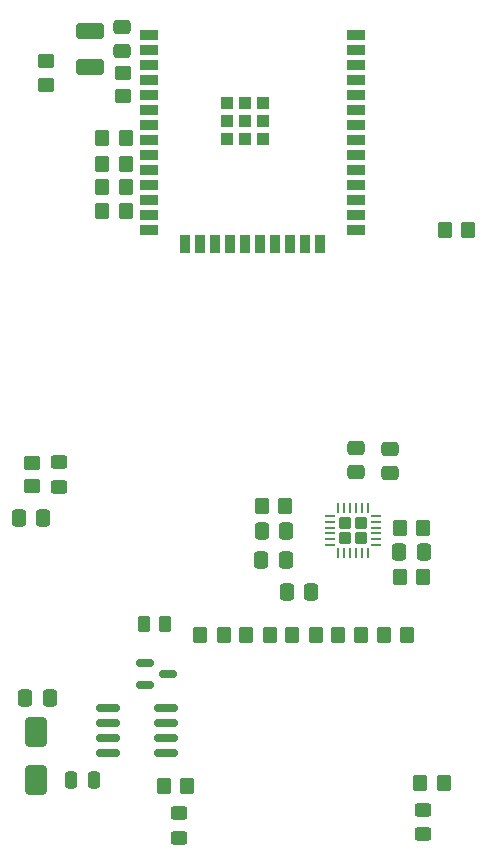
<source format=gbr>
%TF.GenerationSoftware,KiCad,Pcbnew,7.0.0-da2b9df05c~171~ubuntu22.10.1*%
%TF.CreationDate,2023-03-06T20:27:15+01:00*%
%TF.ProjectId,frakfurt_eth,6672616b-6675-4727-945f-6574682e6b69,rev?*%
%TF.SameCoordinates,Original*%
%TF.FileFunction,Paste,Top*%
%TF.FilePolarity,Positive*%
%FSLAX46Y46*%
G04 Gerber Fmt 4.6, Leading zero omitted, Abs format (unit mm)*
G04 Created by KiCad (PCBNEW 7.0.0-da2b9df05c~171~ubuntu22.10.1) date 2023-03-06 20:27:15*
%MOMM*%
%LPD*%
G01*
G04 APERTURE LIST*
G04 Aperture macros list*
%AMRoundRect*
0 Rectangle with rounded corners*
0 $1 Rounding radius*
0 $2 $3 $4 $5 $6 $7 $8 $9 X,Y pos of 4 corners*
0 Add a 4 corners polygon primitive as box body*
4,1,4,$2,$3,$4,$5,$6,$7,$8,$9,$2,$3,0*
0 Add four circle primitives for the rounded corners*
1,1,$1+$1,$2,$3*
1,1,$1+$1,$4,$5*
1,1,$1+$1,$6,$7*
1,1,$1+$1,$8,$9*
0 Add four rect primitives between the rounded corners*
20,1,$1+$1,$2,$3,$4,$5,0*
20,1,$1+$1,$4,$5,$6,$7,0*
20,1,$1+$1,$6,$7,$8,$9,0*
20,1,$1+$1,$8,$9,$2,$3,0*%
G04 Aperture macros list end*
%ADD10RoundRect,0.250000X0.450000X-0.325000X0.450000X0.325000X-0.450000X0.325000X-0.450000X-0.325000X0*%
%ADD11RoundRect,0.250000X-0.450000X0.325000X-0.450000X-0.325000X0.450000X-0.325000X0.450000X0.325000X0*%
%ADD12RoundRect,0.250000X0.350000X0.450000X-0.350000X0.450000X-0.350000X-0.450000X0.350000X-0.450000X0*%
%ADD13RoundRect,0.250000X-0.350000X-0.450000X0.350000X-0.450000X0.350000X0.450000X-0.350000X0.450000X0*%
%ADD14RoundRect,0.250000X0.275000X0.275000X-0.275000X0.275000X-0.275000X-0.275000X0.275000X-0.275000X0*%
%ADD15RoundRect,0.062500X0.350000X0.062500X-0.350000X0.062500X-0.350000X-0.062500X0.350000X-0.062500X0*%
%ADD16RoundRect,0.062500X0.062500X0.350000X-0.062500X0.350000X-0.062500X-0.350000X0.062500X-0.350000X0*%
%ADD17RoundRect,0.250000X0.925000X-0.412500X0.925000X0.412500X-0.925000X0.412500X-0.925000X-0.412500X0*%
%ADD18RoundRect,0.250000X-0.337500X-0.475000X0.337500X-0.475000X0.337500X0.475000X-0.337500X0.475000X0*%
%ADD19RoundRect,0.150000X-0.825000X-0.150000X0.825000X-0.150000X0.825000X0.150000X-0.825000X0.150000X0*%
%ADD20R,1.500000X0.900000*%
%ADD21R,0.900000X1.500000*%
%ADD22R,1.050000X1.050000*%
%ADD23RoundRect,0.250000X-0.475000X0.337500X-0.475000X-0.337500X0.475000X-0.337500X0.475000X0.337500X0*%
%ADD24RoundRect,0.250000X0.262500X0.450000X-0.262500X0.450000X-0.262500X-0.450000X0.262500X-0.450000X0*%
%ADD25RoundRect,0.250000X0.450000X-0.350000X0.450000X0.350000X-0.450000X0.350000X-0.450000X-0.350000X0*%
%ADD26RoundRect,0.150000X-0.587500X-0.150000X0.587500X-0.150000X0.587500X0.150000X-0.587500X0.150000X0*%
%ADD27RoundRect,0.250000X-0.650000X1.000000X-0.650000X-1.000000X0.650000X-1.000000X0.650000X1.000000X0*%
%ADD28RoundRect,0.250000X0.475000X-0.337500X0.475000X0.337500X-0.475000X0.337500X-0.475000X-0.337500X0*%
%ADD29RoundRect,0.250000X-0.450000X0.350000X-0.450000X-0.350000X0.450000X-0.350000X0.450000X0.350000X0*%
%ADD30RoundRect,0.250000X0.337500X0.475000X-0.337500X0.475000X-0.337500X-0.475000X0.337500X-0.475000X0*%
%ADD31RoundRect,0.250000X-0.250000X-0.475000X0.250000X-0.475000X0.250000X0.475000X-0.250000X0.475000X0*%
G04 APERTURE END LIST*
D10*
%TO.C,D6*%
X131250000Y-120175000D03*
X131250000Y-118125000D03*
%TD*%
D11*
%TO.C,D5*%
X110650000Y-118450000D03*
X110650000Y-120500000D03*
%TD*%
D12*
%TO.C,R14*%
X133050000Y-115900000D03*
X131050000Y-115900000D03*
%TD*%
D10*
%TO.C,D4*%
X100450000Y-90775000D03*
X100450000Y-88725000D03*
%TD*%
D12*
%TO.C,L1*%
X131300000Y-94250000D03*
X129300000Y-94250000D03*
%TD*%
D13*
%TO.C,R11*%
X129300000Y-98450000D03*
X131300000Y-98450000D03*
%TD*%
D12*
%TO.C,R9*%
X106100000Y-65450000D03*
X104100000Y-65450000D03*
%TD*%
D14*
%TO.C,U3*%
X126000000Y-95150000D03*
X126000000Y-93850000D03*
X124700000Y-95150000D03*
X124700000Y-93850000D03*
D15*
X127287500Y-95750000D03*
X127287500Y-95250000D03*
X127287500Y-94750000D03*
X127287500Y-94250000D03*
X127287500Y-93750000D03*
X127287500Y-93250000D03*
D16*
X126600000Y-92562500D03*
X126100000Y-92562500D03*
X125600000Y-92562500D03*
X125100000Y-92562500D03*
X124600000Y-92562500D03*
X124100000Y-92562500D03*
D15*
X123412500Y-93250000D03*
X123412500Y-93750000D03*
X123412500Y-94250000D03*
X123412500Y-94750000D03*
X123412500Y-95250000D03*
X123412500Y-95750000D03*
D16*
X124100000Y-96437500D03*
X124600000Y-96437500D03*
X125100000Y-96437500D03*
X125600000Y-96437500D03*
X126100000Y-96437500D03*
X126600000Y-96437500D03*
%TD*%
D17*
%TO.C,C4*%
X103050000Y-55287500D03*
X103050000Y-52212500D03*
%TD*%
D18*
%TO.C,C13*%
X97025000Y-93450000D03*
X99100000Y-93450000D03*
%TD*%
D19*
%TO.C,U4*%
X104575000Y-109545000D03*
X104575000Y-110815000D03*
X104575000Y-112085000D03*
X104575000Y-113355000D03*
X109525000Y-113355000D03*
X109525000Y-112085000D03*
X109525000Y-110815000D03*
X109525000Y-109545000D03*
%TD*%
D20*
%TO.C,U2*%
X108089999Y-52509999D03*
X108089999Y-53779999D03*
X108089999Y-55049999D03*
X108089999Y-56319999D03*
X108089999Y-57589999D03*
X108089999Y-58859999D03*
X108089999Y-60129999D03*
X108089999Y-61399999D03*
X108089999Y-62669999D03*
X108089999Y-63939999D03*
X108089999Y-65209999D03*
X108089999Y-66479999D03*
X108089999Y-67749999D03*
X108089999Y-69019999D03*
D21*
X111129999Y-70269999D03*
X112399999Y-70269999D03*
X113669999Y-70269999D03*
X114939999Y-70269999D03*
X116209999Y-70269999D03*
X117479999Y-70269999D03*
X118749999Y-70269999D03*
X120019999Y-70269999D03*
X121289999Y-70269999D03*
X122559999Y-70269999D03*
D20*
X125589999Y-69019999D03*
X125589999Y-67749999D03*
X125589999Y-66479999D03*
X125589999Y-65209999D03*
X125589999Y-63939999D03*
X125589999Y-62669999D03*
X125589999Y-61399999D03*
X125589999Y-60129999D03*
X125589999Y-58859999D03*
X125589999Y-57589999D03*
X125589999Y-56319999D03*
X125589999Y-55049999D03*
X125589999Y-53779999D03*
X125589999Y-52509999D03*
D22*
X114634999Y-58324999D03*
X114634999Y-59849999D03*
X114634999Y-61374999D03*
X116159999Y-58324999D03*
X116159999Y-59849999D03*
X116159999Y-61374999D03*
X117684999Y-58324999D03*
X117684999Y-59849999D03*
X117684999Y-61374999D03*
%TD*%
D18*
%TO.C,C8*%
X129262500Y-96350000D03*
X131337500Y-96350000D03*
%TD*%
D23*
%TO.C,C7*%
X125600000Y-87512500D03*
X125600000Y-89587500D03*
%TD*%
D24*
%TO.C,R15*%
X109462500Y-102450000D03*
X107637500Y-102450000D03*
%TD*%
D25*
%TO.C,R6*%
X105850000Y-57750000D03*
X105850000Y-55750000D03*
%TD*%
D26*
%TO.C,D2*%
X107762500Y-105700000D03*
X107762500Y-107600000D03*
X109637500Y-106650000D03*
%TD*%
D13*
%TO.C,R3*%
X124050000Y-103350000D03*
X126050000Y-103350000D03*
%TD*%
D12*
%TO.C,R5*%
X111300000Y-116150000D03*
X109300000Y-116150000D03*
%TD*%
%TO.C,R8*%
X106100000Y-63450000D03*
X104100000Y-63450000D03*
%TD*%
D27*
%TO.C,D3*%
X98500000Y-111600000D03*
X98500000Y-115600000D03*
%TD*%
D28*
%TO.C,C3*%
X105800000Y-53937500D03*
X105800000Y-51862500D03*
%TD*%
D25*
%TO.C,R16*%
X99350000Y-56750000D03*
X99350000Y-54750000D03*
%TD*%
D18*
%TO.C,C6*%
X119712500Y-99700000D03*
X121787500Y-99700000D03*
%TD*%
D13*
%TO.C,R7*%
X133100000Y-69050000D03*
X135100000Y-69050000D03*
%TD*%
D12*
%TO.C,R10*%
X106100000Y-67450000D03*
X104100000Y-67450000D03*
%TD*%
D13*
%TO.C,L2*%
X127950000Y-103350000D03*
X129950000Y-103350000D03*
%TD*%
D12*
%TO.C,R1*%
X114400000Y-103350000D03*
X112400000Y-103350000D03*
%TD*%
%TO.C,R2*%
X118300000Y-103350000D03*
X116300000Y-103350000D03*
%TD*%
D29*
%TO.C,R17*%
X98200000Y-88750000D03*
X98200000Y-90750000D03*
%TD*%
D18*
%TO.C,C12*%
X97612500Y-108650000D03*
X99687500Y-108650000D03*
%TD*%
D30*
%TO.C,C10*%
X119637500Y-97000000D03*
X117562500Y-97000000D03*
%TD*%
D12*
%TO.C,R4*%
X122200000Y-103350000D03*
X120200000Y-103350000D03*
%TD*%
D31*
%TO.C,C5*%
X101500000Y-115650000D03*
X103400000Y-115650000D03*
%TD*%
D12*
%TO.C,R13*%
X106100000Y-61300000D03*
X104100000Y-61300000D03*
%TD*%
D28*
%TO.C,C9*%
X128450000Y-89637500D03*
X128450000Y-87562500D03*
%TD*%
D13*
%TO.C,R12*%
X117600000Y-92450000D03*
X119600000Y-92450000D03*
%TD*%
D30*
%TO.C,C11*%
X119687500Y-94550000D03*
X117612500Y-94550000D03*
%TD*%
M02*

</source>
